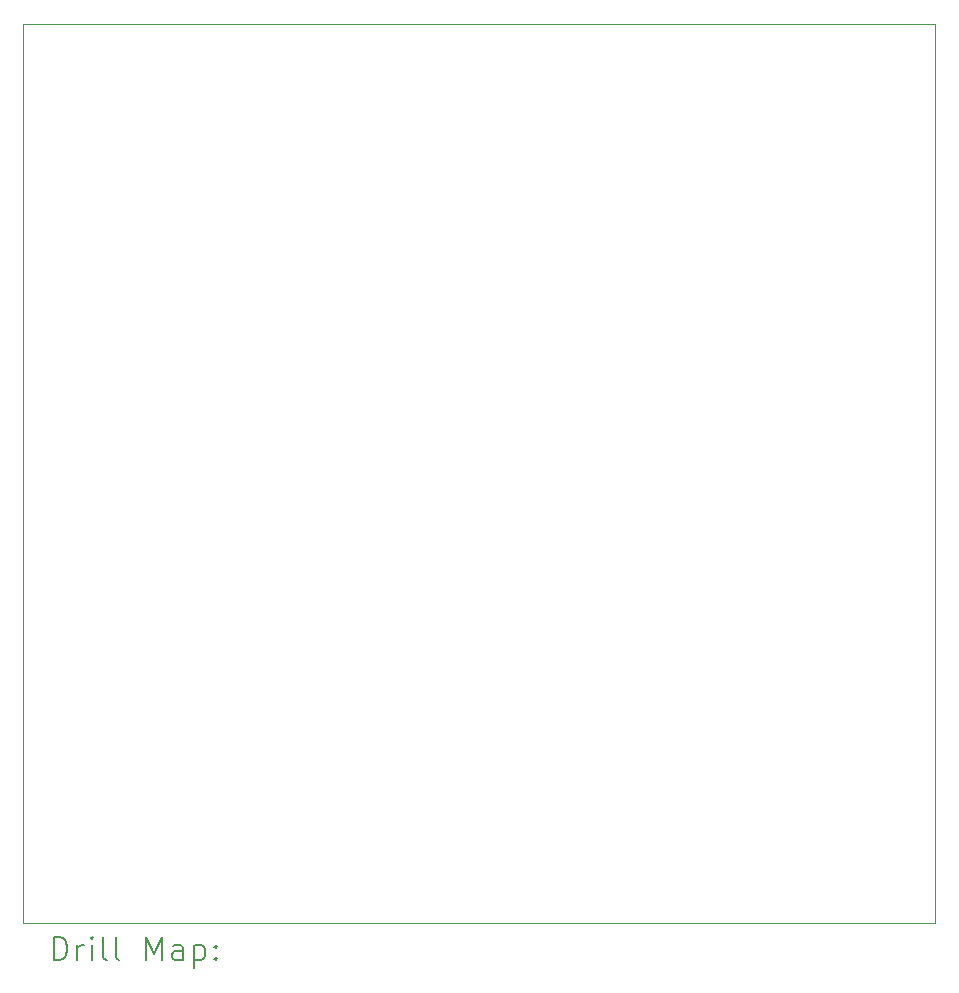
<source format=gbr>
%TF.GenerationSoftware,KiCad,Pcbnew,7.0.7*%
%TF.CreationDate,2024-03-19T17:38:08+01:00*%
%TF.ProjectId,Main_board,4d61696e-5f62-46f6-9172-642e6b696361,rev?*%
%TF.SameCoordinates,Original*%
%TF.FileFunction,Drillmap*%
%TF.FilePolarity,Positive*%
%FSLAX45Y45*%
G04 Gerber Fmt 4.5, Leading zero omitted, Abs format (unit mm)*
G04 Created by KiCad (PCBNEW 7.0.7) date 2024-03-19 17:38:08*
%MOMM*%
%LPD*%
G01*
G04 APERTURE LIST*
%ADD10C,0.100000*%
%ADD11C,0.200000*%
G04 APERTURE END LIST*
D10*
X6880860Y-11811000D02*
X14602460Y-11811000D01*
X14602460Y-19420880D01*
X6880860Y-19420880D01*
X6880860Y-11811000D01*
D11*
X7136637Y-19737364D02*
X7136637Y-19537364D01*
X7136637Y-19537364D02*
X7184256Y-19537364D01*
X7184256Y-19537364D02*
X7212827Y-19546888D01*
X7212827Y-19546888D02*
X7231875Y-19565935D01*
X7231875Y-19565935D02*
X7241399Y-19584983D01*
X7241399Y-19584983D02*
X7250922Y-19623078D01*
X7250922Y-19623078D02*
X7250922Y-19651650D01*
X7250922Y-19651650D02*
X7241399Y-19689745D01*
X7241399Y-19689745D02*
X7231875Y-19708792D01*
X7231875Y-19708792D02*
X7212827Y-19727840D01*
X7212827Y-19727840D02*
X7184256Y-19737364D01*
X7184256Y-19737364D02*
X7136637Y-19737364D01*
X7336637Y-19737364D02*
X7336637Y-19604030D01*
X7336637Y-19642126D02*
X7346161Y-19623078D01*
X7346161Y-19623078D02*
X7355684Y-19613554D01*
X7355684Y-19613554D02*
X7374732Y-19604030D01*
X7374732Y-19604030D02*
X7393780Y-19604030D01*
X7460446Y-19737364D02*
X7460446Y-19604030D01*
X7460446Y-19537364D02*
X7450922Y-19546888D01*
X7450922Y-19546888D02*
X7460446Y-19556411D01*
X7460446Y-19556411D02*
X7469970Y-19546888D01*
X7469970Y-19546888D02*
X7460446Y-19537364D01*
X7460446Y-19537364D02*
X7460446Y-19556411D01*
X7584256Y-19737364D02*
X7565208Y-19727840D01*
X7565208Y-19727840D02*
X7555684Y-19708792D01*
X7555684Y-19708792D02*
X7555684Y-19537364D01*
X7689018Y-19737364D02*
X7669970Y-19727840D01*
X7669970Y-19727840D02*
X7660446Y-19708792D01*
X7660446Y-19708792D02*
X7660446Y-19537364D01*
X7917589Y-19737364D02*
X7917589Y-19537364D01*
X7917589Y-19537364D02*
X7984256Y-19680221D01*
X7984256Y-19680221D02*
X8050922Y-19537364D01*
X8050922Y-19537364D02*
X8050922Y-19737364D01*
X8231875Y-19737364D02*
X8231875Y-19632602D01*
X8231875Y-19632602D02*
X8222351Y-19613554D01*
X8222351Y-19613554D02*
X8203303Y-19604030D01*
X8203303Y-19604030D02*
X8165208Y-19604030D01*
X8165208Y-19604030D02*
X8146161Y-19613554D01*
X8231875Y-19727840D02*
X8212827Y-19737364D01*
X8212827Y-19737364D02*
X8165208Y-19737364D01*
X8165208Y-19737364D02*
X8146161Y-19727840D01*
X8146161Y-19727840D02*
X8136637Y-19708792D01*
X8136637Y-19708792D02*
X8136637Y-19689745D01*
X8136637Y-19689745D02*
X8146161Y-19670697D01*
X8146161Y-19670697D02*
X8165208Y-19661173D01*
X8165208Y-19661173D02*
X8212827Y-19661173D01*
X8212827Y-19661173D02*
X8231875Y-19651650D01*
X8327113Y-19604030D02*
X8327113Y-19804030D01*
X8327113Y-19613554D02*
X8346161Y-19604030D01*
X8346161Y-19604030D02*
X8384256Y-19604030D01*
X8384256Y-19604030D02*
X8403304Y-19613554D01*
X8403304Y-19613554D02*
X8412827Y-19623078D01*
X8412827Y-19623078D02*
X8422351Y-19642126D01*
X8422351Y-19642126D02*
X8422351Y-19699269D01*
X8422351Y-19699269D02*
X8412827Y-19718316D01*
X8412827Y-19718316D02*
X8403304Y-19727840D01*
X8403304Y-19727840D02*
X8384256Y-19737364D01*
X8384256Y-19737364D02*
X8346161Y-19737364D01*
X8346161Y-19737364D02*
X8327113Y-19727840D01*
X8508065Y-19718316D02*
X8517589Y-19727840D01*
X8517589Y-19727840D02*
X8508065Y-19737364D01*
X8508065Y-19737364D02*
X8498542Y-19727840D01*
X8498542Y-19727840D02*
X8508065Y-19718316D01*
X8508065Y-19718316D02*
X8508065Y-19737364D01*
X8508065Y-19613554D02*
X8517589Y-19623078D01*
X8517589Y-19623078D02*
X8508065Y-19632602D01*
X8508065Y-19632602D02*
X8498542Y-19623078D01*
X8498542Y-19623078D02*
X8508065Y-19613554D01*
X8508065Y-19613554D02*
X8508065Y-19632602D01*
M02*

</source>
